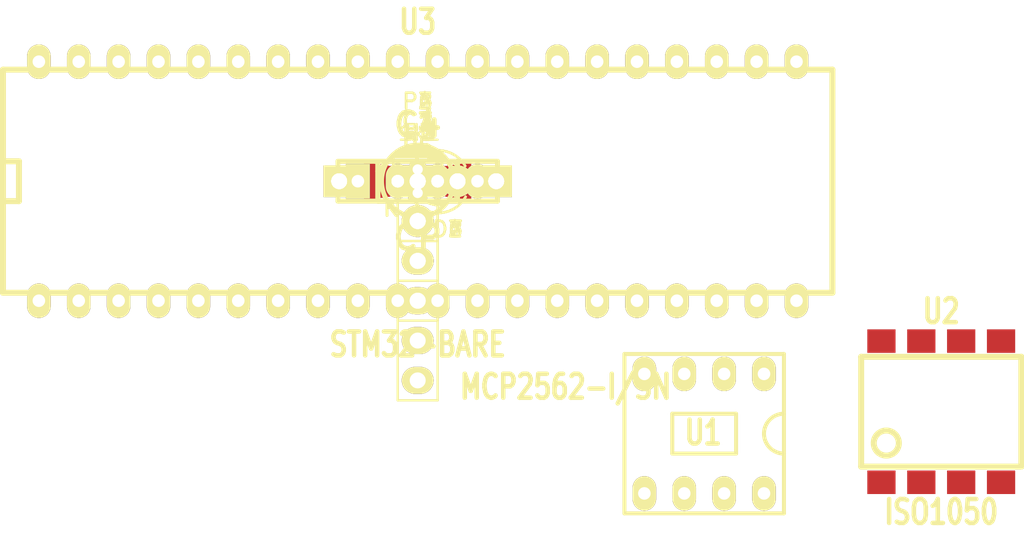
<source format=kicad_pcb>
(kicad_pcb (version 4) (host pcbnew 4.0.2+dfsg1-stable)

  (general
    (links 83)
    (no_connects 73)
    (area 121.694599 93.14627 175.307601 119.678601)
    (thickness 1.6)
    (drawings 0)
    (tracks 0)
    (zones 0)
    (modules 29)
    (nets 53)
  )

  (page A4)
  (layers
    (0 F.Cu signal)
    (31 B.Cu signal)
    (32 B.Adhes user)
    (33 F.Adhes user)
    (34 B.Paste user)
    (35 F.Paste user)
    (36 B.SilkS user)
    (37 F.SilkS user)
    (38 B.Mask user)
    (39 F.Mask user)
    (40 Dwgs.User user)
    (41 Cmts.User user)
    (42 Eco1.User user)
    (43 Eco2.User user)
    (44 Edge.Cuts user)
    (45 Margin user)
    (46 B.CrtYd user)
    (47 F.CrtYd user)
    (48 B.Fab user)
    (49 F.Fab user)
  )

  (setup
    (last_trace_width 0.25)
    (trace_clearance 0.2)
    (zone_clearance 0.508)
    (zone_45_only no)
    (trace_min 0.2)
    (segment_width 0.2)
    (edge_width 0.15)
    (via_size 0.6)
    (via_drill 0.4)
    (via_min_size 0.4)
    (via_min_drill 0.3)
    (uvia_size 0.3)
    (uvia_drill 0.1)
    (uvias_allowed no)
    (uvia_min_size 0.2)
    (uvia_min_drill 0.1)
    (pcb_text_width 0.3)
    (pcb_text_size 1.5 1.5)
    (mod_edge_width 0.15)
    (mod_text_size 1 1)
    (mod_text_width 0.15)
    (pad_size 1.524 1.524)
    (pad_drill 0.762)
    (pad_to_mask_clearance 0.2)
    (aux_axis_origin 0 0)
    (visible_elements FFFFFF7F)
    (pcbplotparams
      (layerselection 0x00030_80000001)
      (usegerberextensions false)
      (excludeedgelayer true)
      (linewidth 0.100000)
      (plotframeref false)
      (viasonmask false)
      (mode 1)
      (useauxorigin false)
      (hpglpennumber 1)
      (hpglpenspeed 20)
      (hpglpendiameter 15)
      (hpglpenoverlay 2)
      (psnegative false)
      (psa4output false)
      (plotreference true)
      (plotvalue true)
      (plotinvisibletext false)
      (padsonsilk false)
      (subtractmaskfromsilk false)
      (outputformat 1)
      (mirror false)
      (drillshape 1)
      (scaleselection 1)
      (outputdirectory ""))
  )

  (net 0 "")
  (net 1 "Net-(1k1-Pad1)")
  (net 2 GNDA)
  (net 3 /CAN_RX)
  (net 4 /UART_OVF)
  (net 5 /CAN_OVF)
  (net 6 /CAN_TX)
  (net 7 /TxD_LED)
  (net 8 /RxD_LED)
  (net 9 +5V)
  (net 10 GND)
  (net 11 +5VA)
  (net 12 +3V3)
  (net 13 "Net-(P1-Pad1)")
  (net 14 "Net-(P1-Pad2)")
  (net 15 "Net-(P2-Pad1)")
  (net 16 "Net-(P2-Pad2)")
  (net 17 "Net-(P3-Pad3)")
  (net 18 "Net-(P4-Pad3)")
  (net 19 /CTS)
  (net 20 /RxD)
  (net 21 /TxD)
  (net 22 /RTS)
  (net 23 "Net-(U1-Pad1)")
  (net 24 "Net-(U1-Pad4)")
  (net 25 "Net-(U3-Pad1)")
  (net 26 "Net-(U3-Pad2)")
  (net 27 "Net-(U3-Pad3)")
  (net 28 "Net-(U3-Pad4)")
  (net 29 "Net-(U3-Pad5)")
  (net 30 "Net-(U3-Pad6)")
  (net 31 "Net-(U3-Pad7)")
  (net 32 "Net-(U3-Pad8)")
  (net 33 "Net-(U3-Pad9)")
  (net 34 "Net-(U3-Pad10)")
  (net 35 "Net-(U3-Pad11)")
  (net 36 "Net-(U3-Pad21)")
  (net 37 "Net-(U3-Pad22)")
  (net 38 "Net-(U3-Pad29)")
  (net 39 "Net-(U3-Pad30)")
  (net 40 "Net-(U3-Pad31)")
  (net 41 "Net-(U3-Pad32)")
  (net 42 "Net-(U3-Pad33)")
  (net 43 "Net-(U3-Pad34)")
  (net 44 "Net-(U3-Pad35)")
  (net 45 "Net-(U3-Pad36)")
  (net 46 "Net-(U3-Pad37)")
  (net 47 "Net-(D2-Pad1)")
  (net 48 "Net-(D3-Pad1)")
  (net 49 "Net-(D4-Pad1)")
  (net 50 "Net-(D5-Pad1)")
  (net 51 "Net-(D6-Pad1)")
  (net 52 "Net-(D7-Pad1)")

  (net_class Default "This is the default net class."
    (clearance 0.2)
    (trace_width 0.25)
    (via_dia 0.6)
    (via_drill 0.4)
    (uvia_dia 0.3)
    (uvia_drill 0.1)
    (add_net +3V3)
    (add_net +5V)
    (add_net +5VA)
    (add_net /CAN_OVF)
    (add_net /CAN_RX)
    (add_net /CAN_TX)
    (add_net /CTS)
    (add_net /RTS)
    (add_net /RxD)
    (add_net /RxD_LED)
    (add_net /TxD)
    (add_net /TxD_LED)
    (add_net /UART_OVF)
    (add_net GND)
    (add_net GNDA)
    (add_net "Net-(1k1-Pad1)")
    (add_net "Net-(D2-Pad1)")
    (add_net "Net-(D3-Pad1)")
    (add_net "Net-(D4-Pad1)")
    (add_net "Net-(D5-Pad1)")
    (add_net "Net-(D6-Pad1)")
    (add_net "Net-(D7-Pad1)")
    (add_net "Net-(P1-Pad1)")
    (add_net "Net-(P1-Pad2)")
    (add_net "Net-(P2-Pad1)")
    (add_net "Net-(P2-Pad2)")
    (add_net "Net-(P3-Pad3)")
    (add_net "Net-(P4-Pad3)")
    (add_net "Net-(U1-Pad1)")
    (add_net "Net-(U1-Pad4)")
    (add_net "Net-(U3-Pad1)")
    (add_net "Net-(U3-Pad10)")
    (add_net "Net-(U3-Pad11)")
    (add_net "Net-(U3-Pad2)")
    (add_net "Net-(U3-Pad21)")
    (add_net "Net-(U3-Pad22)")
    (add_net "Net-(U3-Pad29)")
    (add_net "Net-(U3-Pad3)")
    (add_net "Net-(U3-Pad30)")
    (add_net "Net-(U3-Pad31)")
    (add_net "Net-(U3-Pad32)")
    (add_net "Net-(U3-Pad33)")
    (add_net "Net-(U3-Pad34)")
    (add_net "Net-(U3-Pad35)")
    (add_net "Net-(U3-Pad36)")
    (add_net "Net-(U3-Pad37)")
    (add_net "Net-(U3-Pad4)")
    (add_net "Net-(U3-Pad5)")
    (add_net "Net-(U3-Pad6)")
    (add_net "Net-(U3-Pad7)")
    (add_net "Net-(U3-Pad8)")
    (add_net "Net-(U3-Pad9)")
  )

  (module Resistors_Universal:Resistor_SMD+THTuniversal_0805to1206_RM10_HandSoldering_RevA_Date25Jun2010 (layer F.Cu) (tedit 0) (tstamp 57E19E6E)
    (at 148.5011 105.0036)
    (descr "Resistor, SMD and THT, universal, 0805 to 1206,RM10,  Hand soldering, Rev A, Date 25 Jun 2010,")
    (tags "Resistor, SMD and THT, universal, 0805 to 1206, RM10, Hand soldering, Rev A, Date 25 Jun 2010,")
    (path /57E081C4)
    (fp_text reference 1k1 (at 0.09906 -3.0988) (layer F.SilkS)
      (effects (font (size 1 1) (thickness 0.15)))
    )
    (fp_text value R (at -0.39878 4.20116) (layer F.Fab)
      (effects (font (size 1 1) (thickness 0.15)))
    )
    (fp_line (start 0 0.70104) (end 0.09906 0.70104) (layer F.SilkS) (width 0.15))
    (fp_line (start 0.09906 0.70104) (end 0 0.70104) (layer F.SilkS) (width 0.15))
    (fp_line (start 0 0.70104) (end -0.09906 0.70104) (layer F.SilkS) (width 0.15))
    (fp_line (start 0 -0.70104) (end -0.09906 -0.70104) (layer F.SilkS) (width 0.15))
    (fp_line (start 0 -0.70104) (end 0.09906 -0.70104) (layer F.SilkS) (width 0.15))
    (pad 1 smd trapezoid (at -1.99898 0) (size 2.79908 1.99898) (rect_delta 0.39878 0 ) (layers F.Cu F.Paste F.Mask)
      (net 1 "Net-(1k1-Pad1)"))
    (pad 2 smd trapezoid (at 1.99898 0 180) (size 2.79908 1.99898) (rect_delta 0.39878 0 ) (layers F.Cu F.Paste F.Mask)
      (net 2 GNDA))
    (pad 1 thru_hole rect (at -5.00126 0 180) (size 1.99898 1.99898) (drill 1.00076) (layers *.Cu *.Mask F.SilkS)
      (net 1 "Net-(1k1-Pad1)"))
    (pad 2 thru_hole rect (at 5.00126 0 180) (size 1.99898 1.99898) (drill 1.00076) (layers *.Cu *.Mask F.SilkS)
      (net 2 GNDA))
  )

  (module w_capacitors:cnp_3mm_disc (layer F.Cu) (tedit 0) (tstamp 57E19E79)
    (at 148.5011 105.0036)
    (descr "Small ceramic capacitor")
    (tags C)
    (path /57DFEA05)
    (fp_text reference C1 (at 0 -3.81) (layer F.SilkS)
      (effects (font (size 1.016 1.016) (thickness 0.2032)))
    )
    (fp_text value C (at 0 -2.286) (layer F.SilkS) hide
      (effects (font (size 1.016 1.016) (thickness 0.2032)))
    )
    (fp_line (start -2.4892 -1.27) (end 2.54 -1.27) (layer F.SilkS) (width 0.3048))
    (fp_line (start 2.54 -1.27) (end 2.54 1.27) (layer F.SilkS) (width 0.3048))
    (fp_line (start 2.54 1.27) (end -2.54 1.27) (layer F.SilkS) (width 0.3048))
    (fp_line (start -2.54 1.27) (end -2.54 -1.27) (layer F.SilkS) (width 0.3048))
    (fp_line (start -2.54 -0.635) (end -1.905 -1.27) (layer F.SilkS) (width 0.3048))
    (pad 1 thru_hole circle (at -1.27 0) (size 1.50114 1.50114) (drill 0.8001) (layers *.Cu *.Mask F.SilkS)
      (net 9 +5V))
    (pad 2 thru_hole circle (at 1.27 0) (size 1.50114 1.50114) (drill 0.8001) (layers *.Cu *.Mask F.SilkS)
      (net 10 GND))
    (model walter/capacitors/cnp_3mm_disc.wrl
      (at (xyz 0 0 0))
      (scale (xyz 1 1 1))
      (rotate (xyz 0 0 0))
    )
  )

  (module w_capacitors:cnp_3mm_disc (layer F.Cu) (tedit 0) (tstamp 57E19E84)
    (at 148.5011 105.0036)
    (descr "Small ceramic capacitor")
    (tags C)
    (path /57DFED1F)
    (fp_text reference C2 (at 0 -3.81) (layer F.SilkS)
      (effects (font (size 1.016 1.016) (thickness 0.2032)))
    )
    (fp_text value C (at 0 -2.286) (layer F.SilkS) hide
      (effects (font (size 1.016 1.016) (thickness 0.2032)))
    )
    (fp_line (start -2.4892 -1.27) (end 2.54 -1.27) (layer F.SilkS) (width 0.3048))
    (fp_line (start 2.54 -1.27) (end 2.54 1.27) (layer F.SilkS) (width 0.3048))
    (fp_line (start 2.54 1.27) (end -2.54 1.27) (layer F.SilkS) (width 0.3048))
    (fp_line (start -2.54 1.27) (end -2.54 -1.27) (layer F.SilkS) (width 0.3048))
    (fp_line (start -2.54 -0.635) (end -1.905 -1.27) (layer F.SilkS) (width 0.3048))
    (pad 1 thru_hole circle (at -1.27 0) (size 1.50114 1.50114) (drill 0.8001) (layers *.Cu *.Mask F.SilkS)
      (net 2 GNDA))
    (pad 2 thru_hole circle (at 1.27 0) (size 1.50114 1.50114) (drill 0.8001) (layers *.Cu *.Mask F.SilkS)
      (net 11 +5VA))
    (model walter/capacitors/cnp_3mm_disc.wrl
      (at (xyz 0 0 0))
      (scale (xyz 1 1 1))
      (rotate (xyz 0 0 0))
    )
  )

  (module w_capacitors:cnp_3mm_disc (layer F.Cu) (tedit 0) (tstamp 57E19E8F)
    (at 148.5011 105.0036)
    (descr "Small ceramic capacitor")
    (tags C)
    (path /57DFEA70)
    (fp_text reference C3 (at 0 -3.81) (layer F.SilkS)
      (effects (font (size 1.016 1.016) (thickness 0.2032)))
    )
    (fp_text value C (at 0 -2.286) (layer F.SilkS) hide
      (effects (font (size 1.016 1.016) (thickness 0.2032)))
    )
    (fp_line (start -2.4892 -1.27) (end 2.54 -1.27) (layer F.SilkS) (width 0.3048))
    (fp_line (start 2.54 -1.27) (end 2.54 1.27) (layer F.SilkS) (width 0.3048))
    (fp_line (start 2.54 1.27) (end -2.54 1.27) (layer F.SilkS) (width 0.3048))
    (fp_line (start -2.54 1.27) (end -2.54 -1.27) (layer F.SilkS) (width 0.3048))
    (fp_line (start -2.54 -0.635) (end -1.905 -1.27) (layer F.SilkS) (width 0.3048))
    (pad 1 thru_hole circle (at -1.27 0) (size 1.50114 1.50114) (drill 0.8001) (layers *.Cu *.Mask F.SilkS)
      (net 12 +3V3))
    (pad 2 thru_hole circle (at 1.27 0) (size 1.50114 1.50114) (drill 0.8001) (layers *.Cu *.Mask F.SilkS)
      (net 10 GND))
    (model walter/capacitors/cnp_3mm_disc.wrl
      (at (xyz 0 0 0))
      (scale (xyz 1 1 1))
      (rotate (xyz 0 0 0))
    )
  )

  (module w_capacitors:CP_4x5mm (layer F.Cu) (tedit 0) (tstamp 57E19E9A)
    (at 148.5011 105.0036)
    (descr "Capacitor, pol, cyl 4x5mm")
    (path /57DFFDF0)
    (fp_text reference C4 (at 0 -3.6) (layer F.SilkS)
      (effects (font (thickness 0.3048)))
    )
    (fp_text value CP (at 0 3.6) (layer F.SilkS)
      (effects (font (thickness 0.3048)))
    )
    (fp_line (start -0.7 -2.1) (end 0.7 -2.1) (layer F.SilkS) (width 0.3048))
    (fp_line (start -1.2 -1.9) (end 1.2 -1.9) (layer F.SilkS) (width 0.3048))
    (fp_line (start -1.5 -1.7) (end 1.5 -1.7) (layer F.SilkS) (width 0.3048))
    (fp_line (start 1 -0.8) (end 1.6 -0.8) (layer F.SilkS) (width 0.3))
    (fp_circle (center 0 0) (end -2.3 0) (layer F.SilkS) (width 0.3048))
    (pad 1 thru_hole rect (at 0 0.75) (size 1.2 1.2) (drill 0.65) (layers *.Cu *.Mask F.SilkS)
      (net 12 +3V3))
    (pad 2 thru_hole circle (at 0 -0.75) (size 1.2 1.2) (drill 0.65) (layers *.Cu *.Mask F.SilkS)
      (net 10 GND))
    (model walter/capacitors/cp_4x5mm.wrl
      (at (xyz 0 0 0))
      (scale (xyz 1 1 1))
      (rotate (xyz 0 0 0))
    )
  )

  (module LEDs:LED-3MM (layer F.Cu) (tedit 559B82F6) (tstamp 57E19EAB)
    (at 148.5011 105.0036)
    (descr "LED 3mm round vertical")
    (tags "LED  3mm round vertical")
    (path /57E081BD)
    (fp_text reference D1 (at 1.91 3.06) (layer F.SilkS)
      (effects (font (size 1 1) (thickness 0.15)))
    )
    (fp_text value LED (at 1.3 -2.9) (layer F.Fab)
      (effects (font (size 1 1) (thickness 0.15)))
    )
    (fp_line (start -1.2 2.3) (end 3.8 2.3) (layer F.CrtYd) (width 0.05))
    (fp_line (start 3.8 2.3) (end 3.8 -2.2) (layer F.CrtYd) (width 0.05))
    (fp_line (start 3.8 -2.2) (end -1.2 -2.2) (layer F.CrtYd) (width 0.05))
    (fp_line (start -1.2 -2.2) (end -1.2 2.3) (layer F.CrtYd) (width 0.05))
    (fp_line (start -0.199 1.314) (end -0.199 1.114) (layer F.SilkS) (width 0.15))
    (fp_line (start -0.199 -1.28) (end -0.199 -1.1) (layer F.SilkS) (width 0.15))
    (fp_arc (start 1.301 0.034) (end -0.199 -1.286) (angle 108.5) (layer F.SilkS) (width 0.15))
    (fp_arc (start 1.301 0.034) (end 0.25 -1.1) (angle 85.7) (layer F.SilkS) (width 0.15))
    (fp_arc (start 1.311 0.034) (end 3.051 0.994) (angle 110) (layer F.SilkS) (width 0.15))
    (fp_arc (start 1.301 0.034) (end 2.335 1.094) (angle 87.5) (layer F.SilkS) (width 0.15))
    (fp_text user K (at -1.69 1.74) (layer F.SilkS)
      (effects (font (size 1 1) (thickness 0.15)))
    )
    (pad 1 thru_hole rect (at 0 0 90) (size 2 2) (drill 1.00076) (layers *.Cu *.Mask F.SilkS)
      (net 1 "Net-(1k1-Pad1)"))
    (pad 2 thru_hole circle (at 2.54 0) (size 2 2) (drill 1.00076) (layers *.Cu *.Mask F.SilkS)
      (net 11 +5VA))
    (model LEDs.3dshapes/LED-3MM.wrl
      (at (xyz 0.05 0 0))
      (scale (xyz 1 1 1))
      (rotate (xyz 0 0 90))
    )
  )

  (module LEDs:LED-3MM (layer F.Cu) (tedit 559B82F6) (tstamp 57E19EBC)
    (at 148.5011 105.0036)
    (descr "LED 3mm round vertical")
    (tags "LED  3mm round vertical")
    (path /57E01037)
    (fp_text reference D2 (at 1.91 3.06) (layer F.SilkS)
      (effects (font (size 1 1) (thickness 0.15)))
    )
    (fp_text value LED (at 1.3 -2.9) (layer F.Fab)
      (effects (font (size 1 1) (thickness 0.15)))
    )
    (fp_line (start -1.2 2.3) (end 3.8 2.3) (layer F.CrtYd) (width 0.05))
    (fp_line (start 3.8 2.3) (end 3.8 -2.2) (layer F.CrtYd) (width 0.05))
    (fp_line (start 3.8 -2.2) (end -1.2 -2.2) (layer F.CrtYd) (width 0.05))
    (fp_line (start -1.2 -2.2) (end -1.2 2.3) (layer F.CrtYd) (width 0.05))
    (fp_line (start -0.199 1.314) (end -0.199 1.114) (layer F.SilkS) (width 0.15))
    (fp_line (start -0.199 -1.28) (end -0.199 -1.1) (layer F.SilkS) (width 0.15))
    (fp_arc (start 1.301 0.034) (end -0.199 -1.286) (angle 108.5) (layer F.SilkS) (width 0.15))
    (fp_arc (start 1.301 0.034) (end 0.25 -1.1) (angle 85.7) (layer F.SilkS) (width 0.15))
    (fp_arc (start 1.311 0.034) (end 3.051 0.994) (angle 110) (layer F.SilkS) (width 0.15))
    (fp_arc (start 1.301 0.034) (end 2.335 1.094) (angle 87.5) (layer F.SilkS) (width 0.15))
    (fp_text user K (at -1.69 1.74) (layer F.SilkS)
      (effects (font (size 1 1) (thickness 0.15)))
    )
    (pad 1 thru_hole rect (at 0 0 90) (size 2 2) (drill 1.00076) (layers *.Cu *.Mask F.SilkS)
      (net 47 "Net-(D2-Pad1)"))
    (pad 2 thru_hole circle (at 2.54 0) (size 2 2) (drill 1.00076) (layers *.Cu *.Mask F.SilkS)
      (net 9 +5V))
    (model LEDs.3dshapes/LED-3MM.wrl
      (at (xyz 0.05 0 0))
      (scale (xyz 1 1 1))
      (rotate (xyz 0 0 90))
    )
  )

  (module LEDs:LED-3MM (layer F.Cu) (tedit 559B82F6) (tstamp 57E19ECD)
    (at 148.5011 105.0036)
    (descr "LED 3mm round vertical")
    (tags "LED  3mm round vertical")
    (path /57E010D1)
    (fp_text reference D3 (at 1.91 3.06) (layer F.SilkS)
      (effects (font (size 1 1) (thickness 0.15)))
    )
    (fp_text value LED (at 1.3 -2.9) (layer F.Fab)
      (effects (font (size 1 1) (thickness 0.15)))
    )
    (fp_line (start -1.2 2.3) (end 3.8 2.3) (layer F.CrtYd) (width 0.05))
    (fp_line (start 3.8 2.3) (end 3.8 -2.2) (layer F.CrtYd) (width 0.05))
    (fp_line (start 3.8 -2.2) (end -1.2 -2.2) (layer F.CrtYd) (width 0.05))
    (fp_line (start -1.2 -2.2) (end -1.2 2.3) (layer F.CrtYd) (width 0.05))
    (fp_line (start -0.199 1.314) (end -0.199 1.114) (layer F.SilkS) (width 0.15))
    (fp_line (start -0.199 -1.28) (end -0.199 -1.1) (layer F.SilkS) (width 0.15))
    (fp_arc (start 1.301 0.034) (end -0.199 -1.286) (angle 108.5) (layer F.SilkS) (width 0.15))
    (fp_arc (start 1.301 0.034) (end 0.25 -1.1) (angle 85.7) (layer F.SilkS) (width 0.15))
    (fp_arc (start 1.311 0.034) (end 3.051 0.994) (angle 110) (layer F.SilkS) (width 0.15))
    (fp_arc (start 1.301 0.034) (end 2.335 1.094) (angle 87.5) (layer F.SilkS) (width 0.15))
    (fp_text user K (at -1.69 1.74) (layer F.SilkS)
      (effects (font (size 1 1) (thickness 0.15)))
    )
    (pad 1 thru_hole rect (at 0 0 90) (size 2 2) (drill 1.00076) (layers *.Cu *.Mask F.SilkS)
      (net 48 "Net-(D3-Pad1)"))
    (pad 2 thru_hole circle (at 2.54 0) (size 2 2) (drill 1.00076) (layers *.Cu *.Mask F.SilkS)
      (net 9 +5V))
    (model LEDs.3dshapes/LED-3MM.wrl
      (at (xyz 0.05 0 0))
      (scale (xyz 1 1 1))
      (rotate (xyz 0 0 90))
    )
  )

  (module LEDs:LED-3MM (layer F.Cu) (tedit 559B82F6) (tstamp 57E19EDE)
    (at 148.5011 105.0036)
    (descr "LED 3mm round vertical")
    (tags "LED  3mm round vertical")
    (path /57E0110D)
    (fp_text reference D4 (at 1.91 3.06) (layer F.SilkS)
      (effects (font (size 1 1) (thickness 0.15)))
    )
    (fp_text value LED (at 1.3 -2.9) (layer F.Fab)
      (effects (font (size 1 1) (thickness 0.15)))
    )
    (fp_line (start -1.2 2.3) (end 3.8 2.3) (layer F.CrtYd) (width 0.05))
    (fp_line (start 3.8 2.3) (end 3.8 -2.2) (layer F.CrtYd) (width 0.05))
    (fp_line (start 3.8 -2.2) (end -1.2 -2.2) (layer F.CrtYd) (width 0.05))
    (fp_line (start -1.2 -2.2) (end -1.2 2.3) (layer F.CrtYd) (width 0.05))
    (fp_line (start -0.199 1.314) (end -0.199 1.114) (layer F.SilkS) (width 0.15))
    (fp_line (start -0.199 -1.28) (end -0.199 -1.1) (layer F.SilkS) (width 0.15))
    (fp_arc (start 1.301 0.034) (end -0.199 -1.286) (angle 108.5) (layer F.SilkS) (width 0.15))
    (fp_arc (start 1.301 0.034) (end 0.25 -1.1) (angle 85.7) (layer F.SilkS) (width 0.15))
    (fp_arc (start 1.311 0.034) (end 3.051 0.994) (angle 110) (layer F.SilkS) (width 0.15))
    (fp_arc (start 1.301 0.034) (end 2.335 1.094) (angle 87.5) (layer F.SilkS) (width 0.15))
    (fp_text user K (at -1.69 1.74) (layer F.SilkS)
      (effects (font (size 1 1) (thickness 0.15)))
    )
    (pad 1 thru_hole rect (at 0 0 90) (size 2 2) (drill 1.00076) (layers *.Cu *.Mask F.SilkS)
      (net 49 "Net-(D4-Pad1)"))
    (pad 2 thru_hole circle (at 2.54 0) (size 2 2) (drill 1.00076) (layers *.Cu *.Mask F.SilkS)
      (net 9 +5V))
    (model LEDs.3dshapes/LED-3MM.wrl
      (at (xyz 0.05 0 0))
      (scale (xyz 1 1 1))
      (rotate (xyz 0 0 90))
    )
  )

  (module LEDs:LED-3MM (layer F.Cu) (tedit 559B82F6) (tstamp 57E19EEF)
    (at 148.5011 105.0036)
    (descr "LED 3mm round vertical")
    (tags "LED  3mm round vertical")
    (path /57E0114E)
    (fp_text reference D5 (at 1.91 3.06) (layer F.SilkS)
      (effects (font (size 1 1) (thickness 0.15)))
    )
    (fp_text value LED (at 1.3 -2.9) (layer F.Fab)
      (effects (font (size 1 1) (thickness 0.15)))
    )
    (fp_line (start -1.2 2.3) (end 3.8 2.3) (layer F.CrtYd) (width 0.05))
    (fp_line (start 3.8 2.3) (end 3.8 -2.2) (layer F.CrtYd) (width 0.05))
    (fp_line (start 3.8 -2.2) (end -1.2 -2.2) (layer F.CrtYd) (width 0.05))
    (fp_line (start -1.2 -2.2) (end -1.2 2.3) (layer F.CrtYd) (width 0.05))
    (fp_line (start -0.199 1.314) (end -0.199 1.114) (layer F.SilkS) (width 0.15))
    (fp_line (start -0.199 -1.28) (end -0.199 -1.1) (layer F.SilkS) (width 0.15))
    (fp_arc (start 1.301 0.034) (end -0.199 -1.286) (angle 108.5) (layer F.SilkS) (width 0.15))
    (fp_arc (start 1.301 0.034) (end 0.25 -1.1) (angle 85.7) (layer F.SilkS) (width 0.15))
    (fp_arc (start 1.311 0.034) (end 3.051 0.994) (angle 110) (layer F.SilkS) (width 0.15))
    (fp_arc (start 1.301 0.034) (end 2.335 1.094) (angle 87.5) (layer F.SilkS) (width 0.15))
    (fp_text user K (at -1.69 1.74) (layer F.SilkS)
      (effects (font (size 1 1) (thickness 0.15)))
    )
    (pad 1 thru_hole rect (at 0 0 90) (size 2 2) (drill 1.00076) (layers *.Cu *.Mask F.SilkS)
      (net 50 "Net-(D5-Pad1)"))
    (pad 2 thru_hole circle (at 2.54 0) (size 2 2) (drill 1.00076) (layers *.Cu *.Mask F.SilkS)
      (net 9 +5V))
    (model LEDs.3dshapes/LED-3MM.wrl
      (at (xyz 0.05 0 0))
      (scale (xyz 1 1 1))
      (rotate (xyz 0 0 90))
    )
  )

  (module LEDs:LED-3MM (layer F.Cu) (tedit 559B82F6) (tstamp 57E19F00)
    (at 148.5011 105.0036)
    (descr "LED 3mm round vertical")
    (tags "LED  3mm round vertical")
    (path /57E0118E)
    (fp_text reference D6 (at 1.91 3.06) (layer F.SilkS)
      (effects (font (size 1 1) (thickness 0.15)))
    )
    (fp_text value LED (at 1.3 -2.9) (layer F.Fab)
      (effects (font (size 1 1) (thickness 0.15)))
    )
    (fp_line (start -1.2 2.3) (end 3.8 2.3) (layer F.CrtYd) (width 0.05))
    (fp_line (start 3.8 2.3) (end 3.8 -2.2) (layer F.CrtYd) (width 0.05))
    (fp_line (start 3.8 -2.2) (end -1.2 -2.2) (layer F.CrtYd) (width 0.05))
    (fp_line (start -1.2 -2.2) (end -1.2 2.3) (layer F.CrtYd) (width 0.05))
    (fp_line (start -0.199 1.314) (end -0.199 1.114) (layer F.SilkS) (width 0.15))
    (fp_line (start -0.199 -1.28) (end -0.199 -1.1) (layer F.SilkS) (width 0.15))
    (fp_arc (start 1.301 0.034) (end -0.199 -1.286) (angle 108.5) (layer F.SilkS) (width 0.15))
    (fp_arc (start 1.301 0.034) (end 0.25 -1.1) (angle 85.7) (layer F.SilkS) (width 0.15))
    (fp_arc (start 1.311 0.034) (end 3.051 0.994) (angle 110) (layer F.SilkS) (width 0.15))
    (fp_arc (start 1.301 0.034) (end 2.335 1.094) (angle 87.5) (layer F.SilkS) (width 0.15))
    (fp_text user K (at -1.69 1.74) (layer F.SilkS)
      (effects (font (size 1 1) (thickness 0.15)))
    )
    (pad 1 thru_hole rect (at 0 0 90) (size 2 2) (drill 1.00076) (layers *.Cu *.Mask F.SilkS)
      (net 51 "Net-(D6-Pad1)"))
    (pad 2 thru_hole circle (at 2.54 0) (size 2 2) (drill 1.00076) (layers *.Cu *.Mask F.SilkS)
      (net 9 +5V))
    (model LEDs.3dshapes/LED-3MM.wrl
      (at (xyz 0.05 0 0))
      (scale (xyz 1 1 1))
      (rotate (xyz 0 0 90))
    )
  )

  (module LEDs:LED-3MM (layer F.Cu) (tedit 559B82F6) (tstamp 57E19F11)
    (at 148.5011 105.0036)
    (descr "LED 3mm round vertical")
    (tags "LED  3mm round vertical")
    (path /57E011ED)
    (fp_text reference D7 (at 1.91 3.06) (layer F.SilkS)
      (effects (font (size 1 1) (thickness 0.15)))
    )
    (fp_text value LED (at 1.3 -2.9) (layer F.Fab)
      (effects (font (size 1 1) (thickness 0.15)))
    )
    (fp_line (start -1.2 2.3) (end 3.8 2.3) (layer F.CrtYd) (width 0.05))
    (fp_line (start 3.8 2.3) (end 3.8 -2.2) (layer F.CrtYd) (width 0.05))
    (fp_line (start 3.8 -2.2) (end -1.2 -2.2) (layer F.CrtYd) (width 0.05))
    (fp_line (start -1.2 -2.2) (end -1.2 2.3) (layer F.CrtYd) (width 0.05))
    (fp_line (start -0.199 1.314) (end -0.199 1.114) (layer F.SilkS) (width 0.15))
    (fp_line (start -0.199 -1.28) (end -0.199 -1.1) (layer F.SilkS) (width 0.15))
    (fp_arc (start 1.301 0.034) (end -0.199 -1.286) (angle 108.5) (layer F.SilkS) (width 0.15))
    (fp_arc (start 1.301 0.034) (end 0.25 -1.1) (angle 85.7) (layer F.SilkS) (width 0.15))
    (fp_arc (start 1.311 0.034) (end 3.051 0.994) (angle 110) (layer F.SilkS) (width 0.15))
    (fp_arc (start 1.301 0.034) (end 2.335 1.094) (angle 87.5) (layer F.SilkS) (width 0.15))
    (fp_text user K (at -1.69 1.74) (layer F.SilkS)
      (effects (font (size 1 1) (thickness 0.15)))
    )
    (pad 1 thru_hole rect (at 0 0 90) (size 2 2) (drill 1.00076) (layers *.Cu *.Mask F.SilkS)
      (net 52 "Net-(D7-Pad1)"))
    (pad 2 thru_hole circle (at 2.54 0) (size 2 2) (drill 1.00076) (layers *.Cu *.Mask F.SilkS)
      (net 9 +5V))
    (model LEDs.3dshapes/LED-3MM.wrl
      (at (xyz 0.05 0 0))
      (scale (xyz 1 1 1))
      (rotate (xyz 0 0 90))
    )
  )

  (module Pin_Headers:Pin_Header_Straight_1x02 (layer F.Cu) (tedit 54EA090C) (tstamp 57E19F17)
    (at 148.5011 105.0036)
    (descr "Through hole pin header")
    (tags "pin header")
    (path /57E09C68)
    (fp_text reference P1 (at 0 -5.1) (layer F.SilkS)
      (effects (font (size 1 1) (thickness 0.15)))
    )
    (fp_text value Term (at 0 -3.1) (layer F.Fab)
      (effects (font (size 1 1) (thickness 0.15)))
    )
    (fp_line (start 1.27 1.27) (end 1.27 3.81) (layer F.SilkS) (width 0.15))
    (fp_line (start 1.55 -1.55) (end 1.55 0) (layer F.SilkS) (width 0.15))
    (fp_line (start -1.75 -1.75) (end -1.75 4.3) (layer F.CrtYd) (width 0.05))
    (fp_line (start 1.75 -1.75) (end 1.75 4.3) (layer F.CrtYd) (width 0.05))
    (fp_line (start -1.75 -1.75) (end 1.75 -1.75) (layer F.CrtYd) (width 0.05))
    (fp_line (start -1.75 4.3) (end 1.75 4.3) (layer F.CrtYd) (width 0.05))
    (fp_line (start 1.27 1.27) (end -1.27 1.27) (layer F.SilkS) (width 0.15))
    (fp_line (start -1.55 0) (end -1.55 -1.55) (layer F.SilkS) (width 0.15))
    (fp_line (start -1.55 -1.55) (end 1.55 -1.55) (layer F.SilkS) (width 0.15))
    (fp_line (start -1.27 1.27) (end -1.27 3.81) (layer F.SilkS) (width 0.15))
    (fp_line (start -1.27 3.81) (end 1.27 3.81) (layer F.SilkS) (width 0.15))
    (pad 1 thru_hole rect (at 0 0) (size 2.032 2.032) (drill 1.016) (layers *.Cu *.Mask F.SilkS)
      (net 13 "Net-(P1-Pad1)"))
    (pad 2 thru_hole oval (at 0 2.54) (size 2.032 2.032) (drill 1.016) (layers *.Cu *.Mask F.SilkS)
      (net 14 "Net-(P1-Pad2)"))
    (model Pin_Headers.3dshapes/Pin_Header_Straight_1x02.wrl
      (at (xyz 0 -0.05 0))
      (scale (xyz 1 1 1))
      (rotate (xyz 0 0 90))
    )
  )

  (module Pin_Headers:Pin_Header_Straight_1x02 (layer F.Cu) (tedit 54EA090C) (tstamp 57E19F1D)
    (at 148.5011 105.0036)
    (descr "Through hole pin header")
    (tags "pin header")
    (path /57E0955C)
    (fp_text reference P2 (at 0 -5.1) (layer F.SilkS)
      (effects (font (size 1 1) (thickness 0.15)))
    )
    (fp_text value Term (at 0 -3.1) (layer F.Fab)
      (effects (font (size 1 1) (thickness 0.15)))
    )
    (fp_line (start 1.27 1.27) (end 1.27 3.81) (layer F.SilkS) (width 0.15))
    (fp_line (start 1.55 -1.55) (end 1.55 0) (layer F.SilkS) (width 0.15))
    (fp_line (start -1.75 -1.75) (end -1.75 4.3) (layer F.CrtYd) (width 0.05))
    (fp_line (start 1.75 -1.75) (end 1.75 4.3) (layer F.CrtYd) (width 0.05))
    (fp_line (start -1.75 -1.75) (end 1.75 -1.75) (layer F.CrtYd) (width 0.05))
    (fp_line (start -1.75 4.3) (end 1.75 4.3) (layer F.CrtYd) (width 0.05))
    (fp_line (start 1.27 1.27) (end -1.27 1.27) (layer F.SilkS) (width 0.15))
    (fp_line (start -1.55 0) (end -1.55 -1.55) (layer F.SilkS) (width 0.15))
    (fp_line (start -1.55 -1.55) (end 1.55 -1.55) (layer F.SilkS) (width 0.15))
    (fp_line (start -1.27 1.27) (end -1.27 3.81) (layer F.SilkS) (width 0.15))
    (fp_line (start -1.27 3.81) (end 1.27 3.81) (layer F.SilkS) (width 0.15))
    (pad 1 thru_hole rect (at 0 0) (size 2.032 2.032) (drill 1.016) (layers *.Cu *.Mask F.SilkS)
      (net 15 "Net-(P2-Pad1)"))
    (pad 2 thru_hole oval (at 0 2.54) (size 2.032 2.032) (drill 1.016) (layers *.Cu *.Mask F.SilkS)
      (net 16 "Net-(P2-Pad2)"))
    (model Pin_Headers.3dshapes/Pin_Header_Straight_1x02.wrl
      (at (xyz 0 -0.05 0))
      (scale (xyz 1 1 1))
      (rotate (xyz 0 0 90))
    )
  )

  (module Pin_Headers:Pin_Header_Straight_1x03 (layer F.Cu) (tedit 0) (tstamp 57E19F24)
    (at 148.5011 105.0036)
    (descr "Through hole pin header")
    (tags "pin header")
    (path /57DFE82A)
    (fp_text reference P3 (at 0 -5.1) (layer F.SilkS)
      (effects (font (size 1 1) (thickness 0.15)))
    )
    (fp_text value CONN_01X03 (at 0 -3.1) (layer F.Fab)
      (effects (font (size 1 1) (thickness 0.15)))
    )
    (fp_line (start -1.75 -1.75) (end -1.75 6.85) (layer F.CrtYd) (width 0.05))
    (fp_line (start 1.75 -1.75) (end 1.75 6.85) (layer F.CrtYd) (width 0.05))
    (fp_line (start -1.75 -1.75) (end 1.75 -1.75) (layer F.CrtYd) (width 0.05))
    (fp_line (start -1.75 6.85) (end 1.75 6.85) (layer F.CrtYd) (width 0.05))
    (fp_line (start -1.27 1.27) (end -1.27 6.35) (layer F.SilkS) (width 0.15))
    (fp_line (start -1.27 6.35) (end 1.27 6.35) (layer F.SilkS) (width 0.15))
    (fp_line (start 1.27 6.35) (end 1.27 1.27) (layer F.SilkS) (width 0.15))
    (fp_line (start 1.55 -1.55) (end 1.55 0) (layer F.SilkS) (width 0.15))
    (fp_line (start 1.27 1.27) (end -1.27 1.27) (layer F.SilkS) (width 0.15))
    (fp_line (start -1.55 0) (end -1.55 -1.55) (layer F.SilkS) (width 0.15))
    (fp_line (start -1.55 -1.55) (end 1.55 -1.55) (layer F.SilkS) (width 0.15))
    (pad 1 thru_hole rect (at 0 0) (size 2.032 1.7272) (drill 1.016) (layers *.Cu *.Mask F.SilkS)
      (net 10 GND))
    (pad 2 thru_hole oval (at 0 2.54) (size 2.032 1.7272) (drill 1.016) (layers *.Cu *.Mask F.SilkS)
      (net 13 "Net-(P1-Pad1)"))
    (pad 3 thru_hole oval (at 0 5.08) (size 2.032 1.7272) (drill 1.016) (layers *.Cu *.Mask F.SilkS)
      (net 17 "Net-(P3-Pad3)"))
    (model Pin_Headers.3dshapes/Pin_Header_Straight_1x03.wrl
      (at (xyz 0 -0.1 0))
      (scale (xyz 1 1 1))
      (rotate (xyz 0 0 90))
    )
  )

  (module Pin_Headers:Pin_Header_Straight_1x04 (layer F.Cu) (tedit 0) (tstamp 57E19F2C)
    (at 148.5011 105.0036)
    (descr "Through hole pin header")
    (tags "pin header")
    (path /57DFE8A3)
    (fp_text reference P4 (at 0 -5.1) (layer F.SilkS)
      (effects (font (size 1 1) (thickness 0.15)))
    )
    (fp_text value CONN_01X04 (at 0 -3.1) (layer F.Fab)
      (effects (font (size 1 1) (thickness 0.15)))
    )
    (fp_line (start -1.75 -1.75) (end -1.75 9.4) (layer F.CrtYd) (width 0.05))
    (fp_line (start 1.75 -1.75) (end 1.75 9.4) (layer F.CrtYd) (width 0.05))
    (fp_line (start -1.75 -1.75) (end 1.75 -1.75) (layer F.CrtYd) (width 0.05))
    (fp_line (start -1.75 9.4) (end 1.75 9.4) (layer F.CrtYd) (width 0.05))
    (fp_line (start -1.27 1.27) (end -1.27 8.89) (layer F.SilkS) (width 0.15))
    (fp_line (start 1.27 1.27) (end 1.27 8.89) (layer F.SilkS) (width 0.15))
    (fp_line (start 1.55 -1.55) (end 1.55 0) (layer F.SilkS) (width 0.15))
    (fp_line (start -1.27 8.89) (end 1.27 8.89) (layer F.SilkS) (width 0.15))
    (fp_line (start 1.27 1.27) (end -1.27 1.27) (layer F.SilkS) (width 0.15))
    (fp_line (start -1.55 0) (end -1.55 -1.55) (layer F.SilkS) (width 0.15))
    (fp_line (start -1.55 -1.55) (end 1.55 -1.55) (layer F.SilkS) (width 0.15))
    (pad 1 thru_hole rect (at 0 0) (size 2.032 1.7272) (drill 1.016) (layers *.Cu *.Mask F.SilkS)
      (net 2 GNDA))
    (pad 2 thru_hole oval (at 0 2.54) (size 2.032 1.7272) (drill 1.016) (layers *.Cu *.Mask F.SilkS)
      (net 15 "Net-(P2-Pad1)"))
    (pad 3 thru_hole oval (at 0 5.08) (size 2.032 1.7272) (drill 1.016) (layers *.Cu *.Mask F.SilkS)
      (net 18 "Net-(P4-Pad3)"))
    (pad 4 thru_hole oval (at 0 7.62) (size 2.032 1.7272) (drill 1.016) (layers *.Cu *.Mask F.SilkS)
      (net 11 +5VA))
    (model Pin_Headers.3dshapes/Pin_Header_Straight_1x04.wrl
      (at (xyz 0 -0.15 0))
      (scale (xyz 1 1 1))
      (rotate (xyz 0 0 90))
    )
  )

  (module w_pth_resistors:r-sil_4 (layer F.Cu) (tedit 0) (tstamp 57E19F39)
    (at 148.5011 105.0036)
    (descr "R-net, sil package, 4pin")
    (tags "CONN DEV")
    (path /57E0558F)
    (fp_text reference P5 (at 0 -2.159) (layer F.SilkS)
      (effects (font (size 1.016 1.016) (thickness 0.2032)))
    )
    (fp_text value CONN_01X04 (at 0.254 -3.556) (layer F.SilkS) hide
      (effects (font (size 1.016 0.889) (thickness 0.2032)))
    )
    (fp_line (start -5.08 -1.27) (end 5.08 -1.27) (layer F.SilkS) (width 0.3175))
    (fp_line (start 5.08 1.27) (end -5.08 1.27) (layer F.SilkS) (width 0.3175))
    (fp_line (start -2.54 -1.27) (end -2.54 1.27) (layer F.SilkS) (width 0.3048))
    (fp_line (start 5.08 -1.27) (end 5.08 1.27) (layer F.SilkS) (width 0.3175))
    (fp_line (start -5.08 1.27) (end -5.08 -1.27) (layer F.SilkS) (width 0.3048))
    (pad 1 thru_hole rect (at -3.81 0) (size 1.524 2.1971) (drill 0.8001) (layers *.Cu *.Mask F.SilkS)
      (net 10 GND))
    (pad 2 thru_hole oval (at -1.27 0) (size 1.524 2.1971) (drill 0.8001) (layers *.Cu *.Mask F.SilkS)
      (net 9 +5V))
    (pad 3 thru_hole oval (at 1.27 0) (size 1.524 2.1971) (drill 0.8001) (layers *.Cu *.Mask F.SilkS)
      (net 2 GNDA))
    (pad 4 thru_hole oval (at 3.81 0) (size 1.524 2.1971) (drill 0.8001) (layers *.Cu *.Mask F.SilkS)
      (net 11 +5VA))
    (model walter/pth_resistors/r-sil_4.wrl
      (at (xyz 0 0 0))
      (scale (xyz 1 1 1))
      (rotate (xyz 0 0 0))
    )
  )

  (module Pin_Headers:Pin_Header_Straight_1x06 (layer F.Cu) (tedit 0) (tstamp 57E19F43)
    (at 148.5011 105.0036)
    (descr "Through hole pin header")
    (tags "pin header")
    (path /57DFFFF2)
    (fp_text reference P6 (at 0 -5.1) (layer F.SilkS)
      (effects (font (size 1 1) (thickness 0.15)))
    )
    (fp_text value CONN_01X06 (at 0 -3.1) (layer F.Fab)
      (effects (font (size 1 1) (thickness 0.15)))
    )
    (fp_line (start -1.75 -1.75) (end -1.75 14.45) (layer F.CrtYd) (width 0.05))
    (fp_line (start 1.75 -1.75) (end 1.75 14.45) (layer F.CrtYd) (width 0.05))
    (fp_line (start -1.75 -1.75) (end 1.75 -1.75) (layer F.CrtYd) (width 0.05))
    (fp_line (start -1.75 14.45) (end 1.75 14.45) (layer F.CrtYd) (width 0.05))
    (fp_line (start 1.27 1.27) (end 1.27 13.97) (layer F.SilkS) (width 0.15))
    (fp_line (start 1.27 13.97) (end -1.27 13.97) (layer F.SilkS) (width 0.15))
    (fp_line (start -1.27 13.97) (end -1.27 1.27) (layer F.SilkS) (width 0.15))
    (fp_line (start 1.55 -1.55) (end 1.55 0) (layer F.SilkS) (width 0.15))
    (fp_line (start 1.27 1.27) (end -1.27 1.27) (layer F.SilkS) (width 0.15))
    (fp_line (start -1.55 0) (end -1.55 -1.55) (layer F.SilkS) (width 0.15))
    (fp_line (start -1.55 -1.55) (end 1.55 -1.55) (layer F.SilkS) (width 0.15))
    (pad 1 thru_hole rect (at 0 0) (size 2.032 1.7272) (drill 1.016) (layers *.Cu *.Mask F.SilkS)
      (net 10 GND))
    (pad 2 thru_hole oval (at 0 2.54) (size 2.032 1.7272) (drill 1.016) (layers *.Cu *.Mask F.SilkS)
      (net 19 /CTS))
    (pad 3 thru_hole oval (at 0 5.08) (size 2.032 1.7272) (drill 1.016) (layers *.Cu *.Mask F.SilkS)
      (net 20 /RxD))
    (pad 4 thru_hole oval (at 0 7.62) (size 2.032 1.7272) (drill 1.016) (layers *.Cu *.Mask F.SilkS)
      (net 21 /TxD))
    (pad 5 thru_hole oval (at 0 10.16) (size 2.032 1.7272) (drill 1.016) (layers *.Cu *.Mask F.SilkS)
      (net 22 /RTS))
    (pad 6 thru_hole oval (at 0 12.7) (size 2.032 1.7272) (drill 1.016) (layers *.Cu *.Mask F.SilkS)
      (net 9 +5V))
    (model Pin_Headers.3dshapes/Pin_Header_Straight_1x06.wrl
      (at (xyz 0 -0.25 0))
      (scale (xyz 1 1 1))
      (rotate (xyz 0 0 90))
    )
  )

  (module Resistors_Universal:Resistor_SMD+THTuniversal_0805to1206_RM10_HandSoldering_RevA_Date25Jun2010 (layer F.Cu) (tedit 0) (tstamp 57E19F50)
    (at 148.5011 105.0036)
    (descr "Resistor, SMD and THT, universal, 0805 to 1206,RM10,  Hand soldering, Rev A, Date 25 Jun 2010,")
    (tags "Resistor, SMD and THT, universal, 0805 to 1206, RM10, Hand soldering, Rev A, Date 25 Jun 2010,")
    (path /57E09C62)
    (fp_text reference R1 (at 0.09906 -3.0988) (layer F.SilkS)
      (effects (font (size 1 1) (thickness 0.15)))
    )
    (fp_text value 120 (at -0.39878 4.20116) (layer F.Fab)
      (effects (font (size 1 1) (thickness 0.15)))
    )
    (fp_line (start 0 0.70104) (end 0.09906 0.70104) (layer F.SilkS) (width 0.15))
    (fp_line (start 0.09906 0.70104) (end 0 0.70104) (layer F.SilkS) (width 0.15))
    (fp_line (start 0 0.70104) (end -0.09906 0.70104) (layer F.SilkS) (width 0.15))
    (fp_line (start 0 -0.70104) (end -0.09906 -0.70104) (layer F.SilkS) (width 0.15))
    (fp_line (start 0 -0.70104) (end 0.09906 -0.70104) (layer F.SilkS) (width 0.15))
    (pad 1 smd trapezoid (at -1.99898 0) (size 2.79908 1.99898) (rect_delta 0.39878 0 ) (layers F.Cu F.Paste F.Mask)
      (net 14 "Net-(P1-Pad2)"))
    (pad 2 smd trapezoid (at 1.99898 0 180) (size 2.79908 1.99898) (rect_delta 0.39878 0 ) (layers F.Cu F.Paste F.Mask)
      (net 17 "Net-(P3-Pad3)"))
    (pad 1 thru_hole rect (at -5.00126 0 180) (size 1.99898 1.99898) (drill 1.00076) (layers *.Cu *.Mask F.SilkS)
      (net 14 "Net-(P1-Pad2)"))
    (pad 2 thru_hole rect (at 5.00126 0 180) (size 1.99898 1.99898) (drill 1.00076) (layers *.Cu *.Mask F.SilkS)
      (net 17 "Net-(P3-Pad3)"))
  )

  (module Resistors_Universal:Resistor_SMD+THTuniversal_0805to1206_RM10_HandSoldering_RevA_Date25Jun2010 (layer F.Cu) (tedit 0) (tstamp 57E19F5D)
    (at 148.5011 105.0036)
    (descr "Resistor, SMD and THT, universal, 0805 to 1206,RM10,  Hand soldering, Rev A, Date 25 Jun 2010,")
    (tags "Resistor, SMD and THT, universal, 0805 to 1206, RM10, Hand soldering, Rev A, Date 25 Jun 2010,")
    (path /57E094B4)
    (fp_text reference R2 (at 0.09906 -3.0988) (layer F.SilkS)
      (effects (font (size 1 1) (thickness 0.15)))
    )
    (fp_text value 120 (at -0.39878 4.20116) (layer F.Fab)
      (effects (font (size 1 1) (thickness 0.15)))
    )
    (fp_line (start 0 0.70104) (end 0.09906 0.70104) (layer F.SilkS) (width 0.15))
    (fp_line (start 0.09906 0.70104) (end 0 0.70104) (layer F.SilkS) (width 0.15))
    (fp_line (start 0 0.70104) (end -0.09906 0.70104) (layer F.SilkS) (width 0.15))
    (fp_line (start 0 -0.70104) (end -0.09906 -0.70104) (layer F.SilkS) (width 0.15))
    (fp_line (start 0 -0.70104) (end 0.09906 -0.70104) (layer F.SilkS) (width 0.15))
    (pad 1 smd trapezoid (at -1.99898 0) (size 2.79908 1.99898) (rect_delta 0.39878 0 ) (layers F.Cu F.Paste F.Mask)
      (net 16 "Net-(P2-Pad2)"))
    (pad 2 smd trapezoid (at 1.99898 0 180) (size 2.79908 1.99898) (rect_delta 0.39878 0 ) (layers F.Cu F.Paste F.Mask)
      (net 18 "Net-(P4-Pad3)"))
    (pad 1 thru_hole rect (at -5.00126 0 180) (size 1.99898 1.99898) (drill 1.00076) (layers *.Cu *.Mask F.SilkS)
      (net 16 "Net-(P2-Pad2)"))
    (pad 2 thru_hole rect (at 5.00126 0 180) (size 1.99898 1.99898) (drill 1.00076) (layers *.Cu *.Mask F.SilkS)
      (net 18 "Net-(P4-Pad3)"))
  )

  (module Resistors_Universal:Resistor_SMD+THTuniversal_0805to1206_RM10_HandSoldering_RevA_Date25Jun2010 (layer F.Cu) (tedit 0) (tstamp 57E19F6A)
    (at 148.5011 105.0036)
    (descr "Resistor, SMD and THT, universal, 0805 to 1206,RM10,  Hand soldering, Rev A, Date 25 Jun 2010,")
    (tags "Resistor, SMD and THT, universal, 0805 to 1206, RM10, Hand soldering, Rev A, Date 25 Jun 2010,")
    (path /57E01605)
    (fp_text reference R3 (at 0.09906 -3.0988) (layer F.SilkS)
      (effects (font (size 1 1) (thickness 0.15)))
    )
    (fp_text value 1k5 (at -0.39878 4.20116) (layer F.Fab)
      (effects (font (size 1 1) (thickness 0.15)))
    )
    (fp_line (start 0 0.70104) (end 0.09906 0.70104) (layer F.SilkS) (width 0.15))
    (fp_line (start 0.09906 0.70104) (end 0 0.70104) (layer F.SilkS) (width 0.15))
    (fp_line (start 0 0.70104) (end -0.09906 0.70104) (layer F.SilkS) (width 0.15))
    (fp_line (start 0 -0.70104) (end -0.09906 -0.70104) (layer F.SilkS) (width 0.15))
    (fp_line (start 0 -0.70104) (end 0.09906 -0.70104) (layer F.SilkS) (width 0.15))
    (pad 1 smd trapezoid (at -1.99898 0) (size 2.79908 1.99898) (rect_delta 0.39878 0 ) (layers F.Cu F.Paste F.Mask)
      (net 47 "Net-(D2-Pad1)"))
    (pad 2 smd trapezoid (at 1.99898 0 180) (size 2.79908 1.99898) (rect_delta 0.39878 0 ) (layers F.Cu F.Paste F.Mask)
      (net 6 /CAN_TX))
    (pad 1 thru_hole rect (at -5.00126 0 180) (size 1.99898 1.99898) (drill 1.00076) (layers *.Cu *.Mask F.SilkS)
      (net 47 "Net-(D2-Pad1)"))
    (pad 2 thru_hole rect (at 5.00126 0 180) (size 1.99898 1.99898) (drill 1.00076) (layers *.Cu *.Mask F.SilkS)
      (net 6 /CAN_TX))
  )

  (module Resistors_Universal:Resistor_SMD+THTuniversal_0805to1206_RM10_HandSoldering_RevA_Date25Jun2010 (layer F.Cu) (tedit 0) (tstamp 57E19F77)
    (at 148.5011 105.0036)
    (descr "Resistor, SMD and THT, universal, 0805 to 1206,RM10,  Hand soldering, Rev A, Date 25 Jun 2010,")
    (tags "Resistor, SMD and THT, universal, 0805 to 1206, RM10, Hand soldering, Rev A, Date 25 Jun 2010,")
    (path /57E01E6F)
    (fp_text reference R4 (at 0.09906 -3.0988) (layer F.SilkS)
      (effects (font (size 1 1) (thickness 0.15)))
    )
    (fp_text value 1k5 (at -0.39878 4.20116) (layer F.Fab)
      (effects (font (size 1 1) (thickness 0.15)))
    )
    (fp_line (start 0 0.70104) (end 0.09906 0.70104) (layer F.SilkS) (width 0.15))
    (fp_line (start 0.09906 0.70104) (end 0 0.70104) (layer F.SilkS) (width 0.15))
    (fp_line (start 0 0.70104) (end -0.09906 0.70104) (layer F.SilkS) (width 0.15))
    (fp_line (start 0 -0.70104) (end -0.09906 -0.70104) (layer F.SilkS) (width 0.15))
    (fp_line (start 0 -0.70104) (end 0.09906 -0.70104) (layer F.SilkS) (width 0.15))
    (pad 1 smd trapezoid (at -1.99898 0) (size 2.79908 1.99898) (rect_delta 0.39878 0 ) (layers F.Cu F.Paste F.Mask)
      (net 48 "Net-(D3-Pad1)"))
    (pad 2 smd trapezoid (at 1.99898 0 180) (size 2.79908 1.99898) (rect_delta 0.39878 0 ) (layers F.Cu F.Paste F.Mask)
      (net 3 /CAN_RX))
    (pad 1 thru_hole rect (at -5.00126 0 180) (size 1.99898 1.99898) (drill 1.00076) (layers *.Cu *.Mask F.SilkS)
      (net 48 "Net-(D3-Pad1)"))
    (pad 2 thru_hole rect (at 5.00126 0 180) (size 1.99898 1.99898) (drill 1.00076) (layers *.Cu *.Mask F.SilkS)
      (net 3 /CAN_RX))
  )

  (module Resistors_Universal:Resistor_SMD+THTuniversal_0805to1206_RM10_HandSoldering_RevA_Date25Jun2010 (layer F.Cu) (tedit 0) (tstamp 57E19F84)
    (at 148.5011 105.0036)
    (descr "Resistor, SMD and THT, universal, 0805 to 1206,RM10,  Hand soldering, Rev A, Date 25 Jun 2010,")
    (tags "Resistor, SMD and THT, universal, 0805 to 1206, RM10, Hand soldering, Rev A, Date 25 Jun 2010,")
    (path /57E01DD3)
    (fp_text reference R5 (at 0.09906 -3.0988) (layer F.SilkS)
      (effects (font (size 1 1) (thickness 0.15)))
    )
    (fp_text value 1k5 (at -0.39878 4.20116) (layer F.Fab)
      (effects (font (size 1 1) (thickness 0.15)))
    )
    (fp_line (start 0 0.70104) (end 0.09906 0.70104) (layer F.SilkS) (width 0.15))
    (fp_line (start 0.09906 0.70104) (end 0 0.70104) (layer F.SilkS) (width 0.15))
    (fp_line (start 0 0.70104) (end -0.09906 0.70104) (layer F.SilkS) (width 0.15))
    (fp_line (start 0 -0.70104) (end -0.09906 -0.70104) (layer F.SilkS) (width 0.15))
    (fp_line (start 0 -0.70104) (end 0.09906 -0.70104) (layer F.SilkS) (width 0.15))
    (pad 1 smd trapezoid (at -1.99898 0) (size 2.79908 1.99898) (rect_delta 0.39878 0 ) (layers F.Cu F.Paste F.Mask)
      (net 49 "Net-(D4-Pad1)"))
    (pad 2 smd trapezoid (at 1.99898 0 180) (size 2.79908 1.99898) (rect_delta 0.39878 0 ) (layers F.Cu F.Paste F.Mask)
      (net 4 /UART_OVF))
    (pad 1 thru_hole rect (at -5.00126 0 180) (size 1.99898 1.99898) (drill 1.00076) (layers *.Cu *.Mask F.SilkS)
      (net 49 "Net-(D4-Pad1)"))
    (pad 2 thru_hole rect (at 5.00126 0 180) (size 1.99898 1.99898) (drill 1.00076) (layers *.Cu *.Mask F.SilkS)
      (net 4 /UART_OVF))
  )

  (module Resistors_Universal:Resistor_SMD+THTuniversal_0805to1206_RM10_HandSoldering_RevA_Date25Jun2010 (layer F.Cu) (tedit 0) (tstamp 57E19F91)
    (at 148.5011 105.0036)
    (descr "Resistor, SMD and THT, universal, 0805 to 1206,RM10,  Hand soldering, Rev A, Date 25 Jun 2010,")
    (tags "Resistor, SMD and THT, universal, 0805 to 1206, RM10, Hand soldering, Rev A, Date 25 Jun 2010,")
    (path /57E02624)
    (fp_text reference R6 (at 0.09906 -3.0988) (layer F.SilkS)
      (effects (font (size 1 1) (thickness 0.15)))
    )
    (fp_text value 1k5 (at -0.39878 4.20116) (layer F.Fab)
      (effects (font (size 1 1) (thickness 0.15)))
    )
    (fp_line (start 0 0.70104) (end 0.09906 0.70104) (layer F.SilkS) (width 0.15))
    (fp_line (start 0.09906 0.70104) (end 0 0.70104) (layer F.SilkS) (width 0.15))
    (fp_line (start 0 0.70104) (end -0.09906 0.70104) (layer F.SilkS) (width 0.15))
    (fp_line (start 0 -0.70104) (end -0.09906 -0.70104) (layer F.SilkS) (width 0.15))
    (fp_line (start 0 -0.70104) (end 0.09906 -0.70104) (layer F.SilkS) (width 0.15))
    (pad 1 smd trapezoid (at -1.99898 0) (size 2.79908 1.99898) (rect_delta 0.39878 0 ) (layers F.Cu F.Paste F.Mask)
      (net 50 "Net-(D5-Pad1)"))
    (pad 2 smd trapezoid (at 1.99898 0 180) (size 2.79908 1.99898) (rect_delta 0.39878 0 ) (layers F.Cu F.Paste F.Mask)
      (net 5 /CAN_OVF))
    (pad 1 thru_hole rect (at -5.00126 0 180) (size 1.99898 1.99898) (drill 1.00076) (layers *.Cu *.Mask F.SilkS)
      (net 50 "Net-(D5-Pad1)"))
    (pad 2 thru_hole rect (at 5.00126 0 180) (size 1.99898 1.99898) (drill 1.00076) (layers *.Cu *.Mask F.SilkS)
      (net 5 /CAN_OVF))
  )

  (module Resistors_Universal:Resistor_SMD+THTuniversal_0805to1206_RM10_HandSoldering_RevA_Date25Jun2010 (layer F.Cu) (tedit 0) (tstamp 57E19F9E)
    (at 148.5011 105.0036)
    (descr "Resistor, SMD and THT, universal, 0805 to 1206,RM10,  Hand soldering, Rev A, Date 25 Jun 2010,")
    (tags "Resistor, SMD and THT, universal, 0805 to 1206, RM10, Hand soldering, Rev A, Date 25 Jun 2010,")
    (path /57E02686)
    (fp_text reference R7 (at 0.09906 -3.0988) (layer F.SilkS)
      (effects (font (size 1 1) (thickness 0.15)))
    )
    (fp_text value 1k5 (at -0.39878 4.20116) (layer F.Fab)
      (effects (font (size 1 1) (thickness 0.15)))
    )
    (fp_line (start 0 0.70104) (end 0.09906 0.70104) (layer F.SilkS) (width 0.15))
    (fp_line (start 0.09906 0.70104) (end 0 0.70104) (layer F.SilkS) (width 0.15))
    (fp_line (start 0 0.70104) (end -0.09906 0.70104) (layer F.SilkS) (width 0.15))
    (fp_line (start 0 -0.70104) (end -0.09906 -0.70104) (layer F.SilkS) (width 0.15))
    (fp_line (start 0 -0.70104) (end 0.09906 -0.70104) (layer F.SilkS) (width 0.15))
    (pad 1 smd trapezoid (at -1.99898 0) (size 2.79908 1.99898) (rect_delta 0.39878 0 ) (layers F.Cu F.Paste F.Mask)
      (net 51 "Net-(D6-Pad1)"))
    (pad 2 smd trapezoid (at 1.99898 0 180) (size 2.79908 1.99898) (rect_delta 0.39878 0 ) (layers F.Cu F.Paste F.Mask)
      (net 7 /TxD_LED))
    (pad 1 thru_hole rect (at -5.00126 0 180) (size 1.99898 1.99898) (drill 1.00076) (layers *.Cu *.Mask F.SilkS)
      (net 51 "Net-(D6-Pad1)"))
    (pad 2 thru_hole rect (at 5.00126 0 180) (size 1.99898 1.99898) (drill 1.00076) (layers *.Cu *.Mask F.SilkS)
      (net 7 /TxD_LED))
  )

  (module Resistors_Universal:Resistor_SMD+THTuniversal_0805to1206_RM10_HandSoldering_RevA_Date25Jun2010 (layer F.Cu) (tedit 0) (tstamp 57E19FAB)
    (at 148.5011 105.0036)
    (descr "Resistor, SMD and THT, universal, 0805 to 1206,RM10,  Hand soldering, Rev A, Date 25 Jun 2010,")
    (tags "Resistor, SMD and THT, universal, 0805 to 1206, RM10, Hand soldering, Rev A, Date 25 Jun 2010,")
    (path /57E026F4)
    (fp_text reference R8 (at 0.09906 -3.0988) (layer F.SilkS)
      (effects (font (size 1 1) (thickness 0.15)))
    )
    (fp_text value 1k5 (at -0.39878 4.20116) (layer F.Fab)
      (effects (font (size 1 1) (thickness 0.15)))
    )
    (fp_line (start 0 0.70104) (end 0.09906 0.70104) (layer F.SilkS) (width 0.15))
    (fp_line (start 0.09906 0.70104) (end 0 0.70104) (layer F.SilkS) (width 0.15))
    (fp_line (start 0 0.70104) (end -0.09906 0.70104) (layer F.SilkS) (width 0.15))
    (fp_line (start 0 -0.70104) (end -0.09906 -0.70104) (layer F.SilkS) (width 0.15))
    (fp_line (start 0 -0.70104) (end 0.09906 -0.70104) (layer F.SilkS) (width 0.15))
    (pad 1 smd trapezoid (at -1.99898 0) (size 2.79908 1.99898) (rect_delta 0.39878 0 ) (layers F.Cu F.Paste F.Mask)
      (net 52 "Net-(D7-Pad1)"))
    (pad 2 smd trapezoid (at 1.99898 0 180) (size 2.79908 1.99898) (rect_delta 0.39878 0 ) (layers F.Cu F.Paste F.Mask)
      (net 8 /RxD_LED))
    (pad 1 thru_hole rect (at -5.00126 0 180) (size 1.99898 1.99898) (drill 1.00076) (layers *.Cu *.Mask F.SilkS)
      (net 52 "Net-(D7-Pad1)"))
    (pad 2 thru_hole rect (at 5.00126 0 180) (size 1.99898 1.99898) (drill 1.00076) (layers *.Cu *.Mask F.SilkS)
      (net 8 /RxD_LED))
  )

  (module w_pth_circuits:dil_8-300_socket (layer F.Cu) (tedit 56A65218) (tstamp 57E19FC1)
    (at 166.75 121.1 180)
    (descr "IC, DIL8 x 0,3\", with socket")
    (tags DIL)
    (path /57DFE30F)
    (fp_text reference U1 (at 0.0635 0.0635 180) (layer F.SilkS)
      (effects (font (size 1.524 1.143) (thickness 0.28702)))
    )
    (fp_text value MCP2562-I/SN (at 8.8265 2.9845 180) (layer F.SilkS)
      (effects (font (size 1.524 1.143) (thickness 0.28702)))
    )
    (fp_line (start 2.032 1.27) (end -2.032 1.27) (layer F.SilkS) (width 0.254))
    (fp_line (start -2.032 -1.27) (end 2.032 -1.27) (layer F.SilkS) (width 0.254))
    (fp_line (start 5.08 5.08) (end -5.08 5.08) (layer F.SilkS) (width 0.254))
    (fp_line (start 5.08 -5.08) (end -5.08 -5.08) (layer F.SilkS) (width 0.254))
    (fp_arc (start -5.08 0) (end -5.08 -1.27) (angle 90) (layer F.SilkS) (width 0.254))
    (fp_arc (start -5.08 0) (end -3.81 0) (angle 90) (layer F.SilkS) (width 0.254))
    (fp_line (start -2.032 -1.27) (end -2.032 1.27) (layer F.SilkS) (width 0.254))
    (fp_line (start 2.032 1.27) (end 2.032 -1.27) (layer F.SilkS) (width 0.254))
    (fp_line (start 5.08 -5.08) (end 5.08 5.08) (layer F.SilkS) (width 0.254))
    (fp_line (start -5.08 5.08) (end -5.08 -5.08) (layer F.SilkS) (width 0.254))
    (pad 1 thru_hole oval (at -3.81 3.81 180) (size 1.50114 2.19964) (drill 0.8001) (layers *.Cu *.Mask F.SilkS)
      (net 23 "Net-(U1-Pad1)"))
    (pad 2 thru_hole oval (at -1.27 3.81 180) (size 1.50114 2.19964) (drill 0.8001) (layers *.Cu *.Mask F.SilkS)
      (net 10 GND))
    (pad 3 thru_hole oval (at 1.27 3.81 180) (size 1.50114 2.19964) (drill 0.8001) (layers *.Cu *.Mask F.SilkS)
      (net 9 +5V))
    (pad 4 thru_hole oval (at 3.81 3.81 180) (size 1.50114 2.19964) (drill 0.8001) (layers *.Cu *.Mask F.SilkS)
      (net 24 "Net-(U1-Pad4)"))
    (pad 5 thru_hole oval (at 3.81 -3.81 180) (size 1.50114 2.19964) (drill 0.8001) (layers *.Cu *.Mask F.SilkS)
      (net 12 +3V3))
    (pad 6 thru_hole oval (at 1.27 -3.81 180) (size 1.50114 2.19964) (drill 0.8001) (layers *.Cu *.Mask F.SilkS)
      (net 13 "Net-(P1-Pad1)"))
    (pad 7 thru_hole oval (at -1.27 -3.81 180) (size 1.50114 2.19964) (drill 0.8001) (layers *.Cu *.Mask F.SilkS)
      (net 17 "Net-(P3-Pad3)"))
    (pad 8 thru_hole oval (at -3.81 -3.81 180) (size 1.50114 2.19964) (drill 0.8001) (layers *.Cu *.Mask F.SilkS)
      (net 10 GND))
    (model walter/pth_circuits/dil_8-300_socket.wrl
      (at (xyz 0 0 0))
      (scale (xyz 1 1 1))
      (rotate (xyz 0 0 0))
    )
  )

  (module w_smd_dil:mdip_8 (layer F.Cu) (tedit 0) (tstamp 57E19FD2)
    (at 181.85 119.7)
    (descr "SMD DIL8 x 0,3\"")
    (tags "SMD DIL")
    (path /57DFE281)
    (fp_text reference U2 (at 0 -6.4008) (layer F.SilkS)
      (effects (font (size 1.524 1.143) (thickness 0.28702)))
    )
    (fp_text value ISO1050 (at 0 6.4008) (layer F.SilkS)
      (effects (font (size 1.524 1.143) (thickness 0.28575)))
    )
    (fp_circle (center -3.5 2) (end -4.3 2) (layer F.SilkS) (width 0.381))
    (fp_line (start -5.1 -3.5) (end -5.1 3.5) (layer F.SilkS) (width 0.381))
    (fp_line (start -5.1 3.5) (end 5.1 3.5) (layer F.SilkS) (width 0.381))
    (fp_line (start 5.1 3.5) (end 5.1 -3.5) (layer F.SilkS) (width 0.381))
    (fp_line (start 5.1 -3.5) (end -5.1 -3.5) (layer F.SilkS) (width 0.381))
    (pad 1 smd rect (at -3.81 4.5) (size 1.8 1.5) (layers F.Cu F.Paste F.Mask)
      (net 12 +3V3))
    (pad 2 smd rect (at -1.27 4.5) (size 1.8 1.5) (layers F.Cu F.Paste F.Mask)
      (net 24 "Net-(U1-Pad4)"))
    (pad 3 smd rect (at 1.27 4.5) (size 1.8 1.5) (layers F.Cu F.Paste F.Mask)
      (net 23 "Net-(U1-Pad1)"))
    (pad 4 smd rect (at 3.81 4.5) (size 1.8 1.5) (layers F.Cu F.Paste F.Mask)
      (net 10 GND))
    (pad 5 smd rect (at 3.81 -4.5) (size 1.8 1.5) (layers F.Cu F.Paste F.Mask)
      (net 2 GNDA))
    (pad 6 smd rect (at 1.27 -4.5) (size 1.8 1.5) (layers F.Cu F.Paste F.Mask)
      (net 15 "Net-(P2-Pad1)"))
    (pad 7 smd rect (at -1.27 -4.5) (size 1.8 1.5) (layers F.Cu F.Paste F.Mask)
      (net 18 "Net-(P4-Pad3)"))
    (pad 8 smd rect (at -3.81 -4.5) (size 1.8 1.5) (layers F.Cu F.Paste F.Mask)
      (net 11 +5VA))
    (model walter/smd_dil/mdip_8.wrl
      (at (xyz 0 0 0))
      (scale (xyz 1 1 1))
      (rotate (xyz 0 0 0))
    )
  )

  (module w_pth_circuits:dil_40-600 (layer F.Cu) (tedit 0) (tstamp 57E1A005)
    (at 148.5011 105.0036)
    (descr "IC, DIL40 x 0,6\"")
    (tags DIL)
    (path /57DFE203)
    (fp_text reference U3 (at 0 -10.16) (layer F.SilkS)
      (effects (font (size 1.524 1.143) (thickness 0.28702)))
    )
    (fp_text value STM32-BARE (at 0 10.414) (layer F.SilkS)
      (effects (font (size 1.524 1.143) (thickness 0.28702)))
    )
    (fp_line (start 26.416 7.112) (end -26.416 7.112) (layer F.SilkS) (width 0.381))
    (fp_line (start 26.416 -7.112) (end -26.416 -7.112) (layer F.SilkS) (width 0.381))
    (fp_line (start 26.416 7.112) (end 26.416 -7.112) (layer F.SilkS) (width 0.381))
    (fp_line (start -26.416 -7.112) (end -26.416 7.112) (layer F.SilkS) (width 0.381))
    (fp_line (start -25.4 -1.27) (end -25.4 1.27) (layer F.SilkS) (width 0.381))
    (fp_line (start -25.4 1.27) (end -26.416 1.27) (layer F.SilkS) (width 0.381))
    (fp_line (start -25.4 -1.27) (end -26.416 -1.27) (layer F.SilkS) (width 0.381))
    (pad 1 thru_hole oval (at -24.13 7.62) (size 1.50114 2.19964) (drill 0.8001) (layers *.Cu *.Mask F.SilkS)
      (net 25 "Net-(U3-Pad1)"))
    (pad 2 thru_hole oval (at -21.59 7.62) (size 1.50114 2.19964) (drill 0.8001) (layers *.Cu *.Mask F.SilkS)
      (net 26 "Net-(U3-Pad2)"))
    (pad 3 thru_hole oval (at -19.05 7.62) (size 1.50114 2.19964) (drill 0.8001) (layers *.Cu *.Mask F.SilkS)
      (net 27 "Net-(U3-Pad3)"))
    (pad 4 thru_hole oval (at -16.51 7.62) (size 1.50114 2.19964) (drill 0.8001) (layers *.Cu *.Mask F.SilkS)
      (net 28 "Net-(U3-Pad4)"))
    (pad 5 thru_hole oval (at -13.97 7.62) (size 1.50114 2.19964) (drill 0.8001) (layers *.Cu *.Mask F.SilkS)
      (net 29 "Net-(U3-Pad5)"))
    (pad 6 thru_hole oval (at -11.43 7.62) (size 1.50114 2.19964) (drill 0.8001) (layers *.Cu *.Mask F.SilkS)
      (net 30 "Net-(U3-Pad6)"))
    (pad 7 thru_hole oval (at -8.89 7.62) (size 1.50114 2.19964) (drill 0.8001) (layers *.Cu *.Mask F.SilkS)
      (net 31 "Net-(U3-Pad7)"))
    (pad 8 thru_hole oval (at -6.35 7.62) (size 1.50114 2.19964) (drill 0.8001) (layers *.Cu *.Mask F.SilkS)
      (net 32 "Net-(U3-Pad8)"))
    (pad 9 thru_hole oval (at -3.81 7.62) (size 1.50114 2.19964) (drill 0.8001) (layers *.Cu *.Mask F.SilkS)
      (net 33 "Net-(U3-Pad9)"))
    (pad 10 thru_hole oval (at -1.27 7.62) (size 1.50114 2.19964) (drill 0.8001) (layers *.Cu *.Mask F.SilkS)
      (net 34 "Net-(U3-Pad10)"))
    (pad 11 thru_hole oval (at 1.27 7.62) (size 1.50114 2.19964) (drill 0.8001) (layers *.Cu *.Mask F.SilkS)
      (net 35 "Net-(U3-Pad11)"))
    (pad 12 thru_hole oval (at 3.81 7.62) (size 1.50114 2.19964) (drill 0.8001) (layers *.Cu *.Mask F.SilkS)
      (net 6 /CAN_TX))
    (pad 13 thru_hole oval (at 6.35 7.62) (size 1.50114 2.19964) (drill 0.8001) (layers *.Cu *.Mask F.SilkS)
      (net 3 /CAN_RX))
    (pad 14 thru_hole oval (at 8.89 7.62) (size 1.50114 2.19964) (drill 0.8001) (layers *.Cu *.Mask F.SilkS)
      (net 4 /UART_OVF))
    (pad 15 thru_hole oval (at 11.43 7.62) (size 1.50114 2.19964) (drill 0.8001) (layers *.Cu *.Mask F.SilkS)
      (net 5 /CAN_OVF))
    (pad 16 thru_hole oval (at 13.97 7.62) (size 1.50114 2.19964) (drill 0.8001) (layers *.Cu *.Mask F.SilkS)
      (net 24 "Net-(U1-Pad4)"))
    (pad 17 thru_hole oval (at 16.51 7.62) (size 1.50114 2.19964) (drill 0.8001) (layers *.Cu *.Mask F.SilkS)
      (net 23 "Net-(U1-Pad1)"))
    (pad 18 thru_hole oval (at 19.05 7.62) (size 1.50114 2.19964) (drill 0.8001) (layers *.Cu *.Mask F.SilkS)
      (net 9 +5V))
    (pad 19 thru_hole oval (at 21.59 7.62) (size 1.50114 2.19964) (drill 0.8001) (layers *.Cu *.Mask F.SilkS)
      (net 10 GND))
    (pad 20 thru_hole oval (at 24.13 7.62) (size 1.50114 2.19964) (drill 0.8001) (layers *.Cu *.Mask F.SilkS)
      (net 12 +3V3))
    (pad 21 thru_hole oval (at 24.13 -7.62) (size 1.50114 2.19964) (drill 0.8001) (layers *.Cu *.Mask F.SilkS)
      (net 36 "Net-(U3-Pad21)"))
    (pad 22 thru_hole oval (at 21.59 -7.62) (size 1.50114 2.19964) (drill 0.8001) (layers *.Cu *.Mask F.SilkS)
      (net 37 "Net-(U3-Pad22)"))
    (pad 23 thru_hole oval (at 19.05 -7.62) (size 1.50114 2.19964) (drill 0.8001) (layers *.Cu *.Mask F.SilkS)
      (net 8 /RxD_LED))
    (pad 24 thru_hole oval (at 16.51 -7.62) (size 1.50114 2.19964) (drill 0.8001) (layers *.Cu *.Mask F.SilkS)
      (net 7 /TxD_LED))
    (pad 25 thru_hole oval (at 13.97 -7.62) (size 1.50114 2.19964) (drill 0.8001) (layers *.Cu *.Mask F.SilkS)
      (net 19 /CTS))
    (pad 26 thru_hole oval (at 11.43 -7.62) (size 1.50114 2.19964) (drill 0.8001) (layers *.Cu *.Mask F.SilkS)
      (net 20 /RxD))
    (pad 27 thru_hole oval (at 8.89 -7.62) (size 1.50114 2.19964) (drill 0.8001) (layers *.Cu *.Mask F.SilkS)
      (net 21 /TxD))
    (pad 28 thru_hole oval (at 6.35 -7.62) (size 1.50114 2.19964) (drill 0.8001) (layers *.Cu *.Mask F.SilkS)
      (net 22 /RTS))
    (pad 29 thru_hole oval (at 3.81 -7.62) (size 1.50114 2.19964) (drill 0.8001) (layers *.Cu *.Mask F.SilkS)
      (net 38 "Net-(U3-Pad29)"))
    (pad 30 thru_hole oval (at 1.27 -7.62) (size 1.50114 2.19964) (drill 0.8001) (layers *.Cu *.Mask F.SilkS)
      (net 39 "Net-(U3-Pad30)"))
    (pad 31 thru_hole oval (at -1.27 -7.62) (size 1.50114 2.19964) (drill 0.8001) (layers *.Cu *.Mask F.SilkS)
      (net 40 "Net-(U3-Pad31)"))
    (pad 32 thru_hole oval (at -3.81 -7.62) (size 1.50114 2.19964) (drill 0.8001) (layers *.Cu *.Mask F.SilkS)
      (net 41 "Net-(U3-Pad32)"))
    (pad 33 thru_hole oval (at -6.35 -7.62) (size 1.50114 2.19964) (drill 0.8001) (layers *.Cu *.Mask F.SilkS)
      (net 42 "Net-(U3-Pad33)"))
    (pad 34 thru_hole oval (at -8.89 -7.62) (size 1.50114 2.19964) (drill 0.8001) (layers *.Cu *.Mask F.SilkS)
      (net 43 "Net-(U3-Pad34)"))
    (pad 35 thru_hole oval (at -11.43 -7.62) (size 1.50114 2.19964) (drill 0.8001) (layers *.Cu *.Mask F.SilkS)
      (net 44 "Net-(U3-Pad35)"))
    (pad 36 thru_hole oval (at -13.97 -7.62) (size 1.50114 2.19964) (drill 0.8001) (layers *.Cu *.Mask F.SilkS)
      (net 45 "Net-(U3-Pad36)"))
    (pad 37 thru_hole oval (at -16.51 -7.62) (size 1.50114 2.19964) (drill 0.8001) (layers *.Cu *.Mask F.SilkS)
      (net 46 "Net-(U3-Pad37)"))
    (pad 38 thru_hole oval (at -19.05 -7.62) (size 1.50114 2.19964) (drill 0.8001) (layers *.Cu *.Mask F.SilkS)
      (net 12 +3V3))
    (pad 39 thru_hole oval (at -21.59 -7.62) (size 1.50114 2.19964) (drill 0.8001) (layers *.Cu *.Mask F.SilkS)
      (net 10 GND))
    (pad 40 thru_hole oval (at -24.13 -7.62) (size 1.50114 2.19964) (drill 0.8001) (layers *.Cu *.Mask F.SilkS)
      (net 10 GND))
    (model walter/pth_circuits/dil_40-600.wrl
      (at (xyz 0 0 0))
      (scale (xyz 1 1 1))
      (rotate (xyz 0 0 0))
    )
  )

)

</source>
